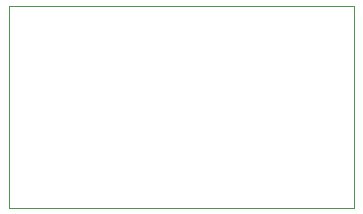
<source format=gbr>
G04 #@! TF.FileFunction,Profile,NP*
%FSLAX46Y46*%
G04 Gerber Fmt 4.6, Leading zero omitted, Abs format (unit mm)*
G04 Created by KiCad (PCBNEW (2015-01-29 BZR 5396)-product) date 8/16/2015 12:30:24 AM*
%MOMM*%
G01*
G04 APERTURE LIST*
%ADD10C,0.100000*%
G04 APERTURE END LIST*
D10*
X176820000Y-104460000D02*
X147610000Y-104460000D01*
X176820000Y-121620000D02*
X176820000Y-104460000D01*
X147610000Y-121620000D02*
X176820000Y-121620000D01*
X147610000Y-104460000D02*
X147610000Y-121620000D01*
M02*

</source>
